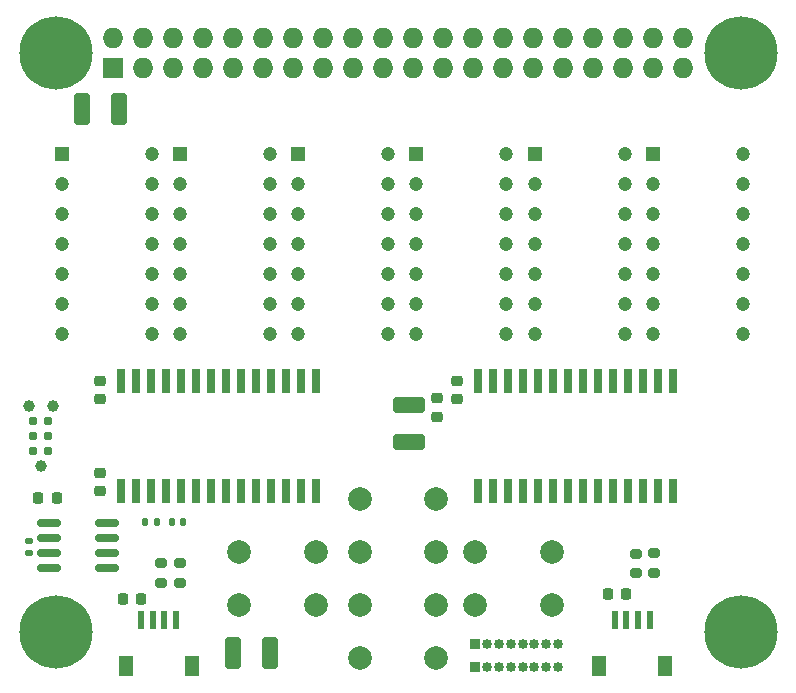
<source format=gts>
%TF.GenerationSoftware,KiCad,Pcbnew,7.0.8*%
%TF.CreationDate,2023-10-15T14:34:45+03:00*%
%TF.ProjectId,ltp_kikad,6c74705f-6b69-46b6-9164-2e6b69636164,rev?*%
%TF.SameCoordinates,Original*%
%TF.FileFunction,Soldermask,Top*%
%TF.FilePolarity,Negative*%
%FSLAX46Y46*%
G04 Gerber Fmt 4.6, Leading zero omitted, Abs format (unit mm)*
G04 Created by KiCad (PCBNEW 7.0.8) date 2023-10-15 14:34:45*
%MOMM*%
%LPD*%
G01*
G04 APERTURE LIST*
G04 Aperture macros list*
%AMRoundRect*
0 Rectangle with rounded corners*
0 $1 Rounding radius*
0 $2 $3 $4 $5 $6 $7 $8 $9 X,Y pos of 4 corners*
0 Add a 4 corners polygon primitive as box body*
4,1,4,$2,$3,$4,$5,$6,$7,$8,$9,$2,$3,0*
0 Add four circle primitives for the rounded corners*
1,1,$1+$1,$2,$3*
1,1,$1+$1,$4,$5*
1,1,$1+$1,$6,$7*
1,1,$1+$1,$8,$9*
0 Add four rect primitives between the rounded corners*
20,1,$1+$1,$2,$3,$4,$5,0*
20,1,$1+$1,$4,$5,$6,$7,0*
20,1,$1+$1,$6,$7,$8,$9,0*
20,1,$1+$1,$8,$9,$2,$3,0*%
G04 Aperture macros list end*
%ADD10R,1.200000X1.200000*%
%ADD11C,1.200000*%
%ADD12RoundRect,0.225000X0.225000X0.250000X-0.225000X0.250000X-0.225000X-0.250000X0.225000X-0.250000X0*%
%ADD13R,0.600000X1.550000*%
%ADD14R,1.200000X1.800000*%
%ADD15RoundRect,0.200000X0.275000X-0.200000X0.275000X0.200000X-0.275000X0.200000X-0.275000X-0.200000X0*%
%ADD16RoundRect,0.225000X0.250000X-0.225000X0.250000X0.225000X-0.250000X0.225000X-0.250000X-0.225000X0*%
%ADD17RoundRect,0.135000X-0.135000X-0.185000X0.135000X-0.185000X0.135000X0.185000X-0.135000X0.185000X0*%
%ADD18C,6.200000*%
%ADD19R,0.650000X2.100000*%
%ADD20RoundRect,0.225000X-0.250000X0.225000X-0.250000X-0.225000X0.250000X-0.225000X0.250000X0.225000X0*%
%ADD21C,2.000000*%
%ADD22RoundRect,0.150000X-0.825000X-0.150000X0.825000X-0.150000X0.825000X0.150000X-0.825000X0.150000X0*%
%ADD23R,0.850000X0.850000*%
%ADD24O,0.850000X0.850000*%
%ADD25RoundRect,0.140000X-0.170000X0.140000X-0.170000X-0.140000X0.170000X-0.140000X0.170000X0.140000X0*%
%ADD26RoundRect,0.147500X0.147500X0.172500X-0.147500X0.172500X-0.147500X-0.172500X0.147500X-0.172500X0*%
%ADD27RoundRect,0.250000X1.100000X-0.412500X1.100000X0.412500X-1.100000X0.412500X-1.100000X-0.412500X0*%
%ADD28RoundRect,0.250000X0.412500X1.100000X-0.412500X1.100000X-0.412500X-1.100000X0.412500X-1.100000X0*%
%ADD29R,1.727200X1.727200*%
%ADD30O,1.727200X1.727200*%
%ADD31C,0.990600*%
%ADD32C,0.787400*%
%ADD33RoundRect,0.250000X-0.412500X-1.100000X0.412500X-1.100000X0.412500X1.100000X-0.412500X1.100000X0*%
%ADD34RoundRect,0.225000X-0.225000X-0.250000X0.225000X-0.250000X0.225000X0.250000X-0.225000X0.250000X0*%
G04 APERTURE END LIST*
D10*
%TO.C,DS6*%
X173017000Y-65150000D03*
D11*
X173017000Y-67690000D03*
X173017000Y-70230000D03*
X173017000Y-72770000D03*
X173017000Y-75310000D03*
X173017000Y-77850000D03*
X173017000Y-80390000D03*
X180637000Y-80390000D03*
X180637000Y-77850000D03*
X180637000Y-75310000D03*
X180637000Y-72770000D03*
X180637000Y-70230000D03*
X180637000Y-67690000D03*
X180637000Y-65150000D03*
%TD*%
D10*
%TO.C,DS3*%
X143017000Y-65149600D03*
D11*
X143017000Y-67689600D03*
X143017000Y-70229600D03*
X143017000Y-72769600D03*
X143017000Y-75309600D03*
X143017000Y-77849600D03*
X143017000Y-80389600D03*
X150637000Y-80389600D03*
X150637000Y-77849600D03*
X150637000Y-75309600D03*
X150637000Y-72769600D03*
X150637000Y-70229600D03*
X150637000Y-67689600D03*
X150637000Y-65149600D03*
%TD*%
D12*
%TO.C,C3*%
X170762000Y-102400000D03*
X169212000Y-102400000D03*
%TD*%
D13*
%TO.C,J1*%
X129687000Y-104600000D03*
X130687000Y-104600000D03*
X131687000Y-104600000D03*
X132687000Y-104600000D03*
D14*
X128387000Y-108475000D03*
X133987000Y-108475000D03*
%TD*%
D15*
%TO.C,R1*%
X131387000Y-101425000D03*
X131387000Y-99775000D03*
%TD*%
%TO.C,R4*%
X171587000Y-100625000D03*
X171587000Y-98975000D03*
%TD*%
D16*
%TO.C,C5*%
X126187000Y-93675000D03*
X126187000Y-92125000D03*
%TD*%
D17*
%TO.C,R10*%
X130067000Y-96300000D03*
X131087000Y-96300000D03*
%TD*%
D18*
%TO.C,*%
X122466800Y-105572200D03*
%TD*%
D19*
%TO.C,IC1*%
X127988900Y-93661600D03*
X129258900Y-93661600D03*
X130528900Y-93661600D03*
X131798900Y-93661600D03*
X133068900Y-93661600D03*
X134338900Y-93661600D03*
X135608900Y-93661600D03*
X136878900Y-93661600D03*
X138148900Y-93661600D03*
X139418900Y-93661600D03*
X140688900Y-93661600D03*
X141958900Y-93661600D03*
X143228900Y-93661600D03*
X144498900Y-93661600D03*
X144498900Y-84361600D03*
X143228900Y-84361600D03*
X141958900Y-84361600D03*
X140688900Y-84361600D03*
X139418900Y-84361600D03*
X138148900Y-84361600D03*
X136878900Y-84361600D03*
X135608900Y-84361600D03*
X134338900Y-84361600D03*
X133068900Y-84361600D03*
X131798900Y-84361600D03*
X130528900Y-84361600D03*
X129258900Y-84361600D03*
X127988900Y-84361600D03*
%TD*%
D20*
%TO.C,C2*%
X156437000Y-84325000D03*
X156437000Y-85875000D03*
%TD*%
D21*
%TO.C,SW4*%
X158012000Y-98850000D03*
X164512000Y-98850000D03*
X158012000Y-103350000D03*
X164512000Y-103350000D03*
%TD*%
D18*
%TO.C,*%
X180466800Y-56572200D03*
%TD*%
D15*
%TO.C,R3*%
X132987000Y-101425000D03*
X132987000Y-99775000D03*
%TD*%
D22*
%TO.C,U1*%
X121912000Y-96395000D03*
X121912000Y-97665000D03*
X121912000Y-98935000D03*
X121912000Y-100205000D03*
X126862000Y-100205000D03*
X126862000Y-98935000D03*
X126862000Y-97665000D03*
X126862000Y-96395000D03*
%TD*%
D23*
%TO.C,J5*%
X158000000Y-106600000D03*
D24*
X159000000Y-106600000D03*
X160000000Y-106600000D03*
X161000000Y-106600000D03*
X162000000Y-106600000D03*
X163000000Y-106600000D03*
X164000000Y-106600000D03*
X165000000Y-106600000D03*
%TD*%
D25*
%TO.C,C7*%
X120187000Y-97920000D03*
X120187000Y-98880000D03*
%TD*%
D10*
%TO.C,DS5*%
X163017000Y-65150000D03*
D11*
X163017000Y-67690000D03*
X163017000Y-70230000D03*
X163017000Y-72770000D03*
X163017000Y-75310000D03*
X163017000Y-77850000D03*
X163017000Y-80390000D03*
X170637000Y-80390000D03*
X170637000Y-77850000D03*
X170637000Y-75310000D03*
X170637000Y-72770000D03*
X170637000Y-70230000D03*
X170637000Y-67690000D03*
X170637000Y-65150000D03*
%TD*%
D26*
%TO.C,D3*%
X133272000Y-96300000D03*
X132302000Y-96300000D03*
%TD*%
D18*
%TO.C,*%
X180466800Y-105572200D03*
%TD*%
D10*
%TO.C,DS2*%
X133017000Y-65150000D03*
D11*
X133017000Y-67690000D03*
X133017000Y-70230000D03*
X133017000Y-72770000D03*
X133017000Y-75310000D03*
X133017000Y-77850000D03*
X133017000Y-80390000D03*
X140637000Y-80390000D03*
X140637000Y-77850000D03*
X140637000Y-75310000D03*
X140637000Y-72770000D03*
X140637000Y-70230000D03*
X140637000Y-67690000D03*
X140637000Y-65150000D03*
%TD*%
D10*
%TO.C,DS1*%
X123017000Y-65150000D03*
D11*
X123017000Y-67690000D03*
X123017000Y-70230000D03*
X123017000Y-72770000D03*
X123017000Y-75310000D03*
X123017000Y-77850000D03*
X123017000Y-80390000D03*
X130637000Y-80390000D03*
X130637000Y-77850000D03*
X130637000Y-75310000D03*
X130637000Y-72770000D03*
X130637000Y-70230000D03*
X130637000Y-67690000D03*
X130637000Y-65150000D03*
%TD*%
D18*
%TO.C,*%
X122466800Y-56572200D03*
%TD*%
D21*
%TO.C,SW1*%
X148212000Y-94350000D03*
X154712000Y-94350000D03*
X148212000Y-98850000D03*
X154712000Y-98850000D03*
%TD*%
D27*
%TO.C,C10*%
X152387000Y-89525000D03*
X152387000Y-86400000D03*
%TD*%
D28*
%TO.C,C11*%
X140587000Y-107400000D03*
X137462000Y-107400000D03*
%TD*%
D15*
%TO.C,R5*%
X173097000Y-100600000D03*
X173097000Y-98950000D03*
%TD*%
D20*
%TO.C,C1*%
X126187000Y-84325000D03*
X126187000Y-85875000D03*
%TD*%
D21*
%TO.C,SW2*%
X138012000Y-98850000D03*
X144512000Y-98850000D03*
X138012000Y-103350000D03*
X144512000Y-103350000D03*
%TD*%
D29*
%TO.C,J2*%
X127330000Y-57840000D03*
D30*
X127330000Y-55300000D03*
X129870000Y-57840000D03*
X129870000Y-55300000D03*
X132410000Y-57840000D03*
X132410000Y-55300000D03*
X134950000Y-57840000D03*
X134950000Y-55300000D03*
X137490000Y-57840000D03*
X137490000Y-55300000D03*
X140030000Y-57840000D03*
X140030000Y-55300000D03*
X142570000Y-57840000D03*
X142570000Y-55300000D03*
X145110000Y-57840000D03*
X145110000Y-55300000D03*
X147650000Y-57840000D03*
X147650000Y-55300000D03*
X150190000Y-57840000D03*
X150190000Y-55300000D03*
X152730000Y-57840000D03*
X152730000Y-55300000D03*
X155270000Y-57840000D03*
X155270000Y-55300000D03*
X157810000Y-57840000D03*
X157810000Y-55300000D03*
X160350000Y-57840000D03*
X160350000Y-55300000D03*
X162890000Y-57840000D03*
X162890000Y-55300000D03*
X165430000Y-57840000D03*
X165430000Y-55300000D03*
X167970000Y-57840000D03*
X167970000Y-55300000D03*
X170510000Y-57840000D03*
X170510000Y-55300000D03*
X173050000Y-57840000D03*
X173050000Y-55300000D03*
X175590000Y-57840000D03*
X175590000Y-55300000D03*
%TD*%
D31*
%TO.C,J4*%
X121203000Y-91570000D03*
X120187000Y-86490000D03*
X122219000Y-86490000D03*
D32*
X121838000Y-90300000D03*
X120568000Y-90300000D03*
X121838000Y-89030000D03*
X120568000Y-89030000D03*
X121838000Y-87760000D03*
X120568000Y-87760000D03*
%TD*%
D20*
%TO.C,C4*%
X154787000Y-85825000D03*
X154787000Y-87375000D03*
%TD*%
D23*
%TO.C,J6*%
X158000000Y-108600000D03*
D24*
X159000000Y-108600000D03*
X160000000Y-108600000D03*
X161000000Y-108600000D03*
X162000000Y-108600000D03*
X163000000Y-108600000D03*
X164000000Y-108600000D03*
X165000000Y-108600000D03*
%TD*%
D33*
%TO.C,C6*%
X124724500Y-61300000D03*
X127849500Y-61300000D03*
%TD*%
D10*
%TO.C,DS4*%
X153017000Y-65149600D03*
D11*
X153017000Y-67689600D03*
X153017000Y-70229600D03*
X153017000Y-72769600D03*
X153017000Y-75309600D03*
X153017000Y-77849600D03*
X153017000Y-80389600D03*
X160637000Y-80389600D03*
X160637000Y-77849600D03*
X160637000Y-75309600D03*
X160637000Y-72769600D03*
X160637000Y-70229600D03*
X160637000Y-67689600D03*
X160637000Y-65149600D03*
%TD*%
D21*
%TO.C,SW3*%
X148212000Y-103350000D03*
X154712000Y-103350000D03*
X148212000Y-107850000D03*
X154712000Y-107850000D03*
%TD*%
D12*
%TO.C,C8*%
X129737000Y-102800000D03*
X128187000Y-102800000D03*
%TD*%
D13*
%TO.C,J3*%
X169800000Y-104600000D03*
X170800000Y-104600000D03*
X171800000Y-104600000D03*
X172800000Y-104600000D03*
D14*
X168500000Y-108475000D03*
X174100000Y-108475000D03*
%TD*%
D19*
%TO.C,IC2*%
X158258900Y-93661600D03*
X159528900Y-93661600D03*
X160798900Y-93661600D03*
X162068900Y-93661600D03*
X163338900Y-93661600D03*
X164608900Y-93661600D03*
X165878900Y-93661600D03*
X167148900Y-93661600D03*
X168418900Y-93661600D03*
X169688900Y-93661600D03*
X170958900Y-93661600D03*
X172228900Y-93661600D03*
X173498900Y-93661600D03*
X174768900Y-93661600D03*
X174768900Y-84361600D03*
X173498900Y-84361600D03*
X172228900Y-84361600D03*
X170958900Y-84361600D03*
X169688900Y-84361600D03*
X168418900Y-84361600D03*
X167148900Y-84361600D03*
X165878900Y-84361600D03*
X164608900Y-84361600D03*
X163338900Y-84361600D03*
X162068900Y-84361600D03*
X160798900Y-84361600D03*
X159528900Y-84361600D03*
X158258900Y-84361600D03*
%TD*%
D34*
%TO.C,C9*%
X121012000Y-94300000D03*
X122562000Y-94300000D03*
%TD*%
M02*

</source>
